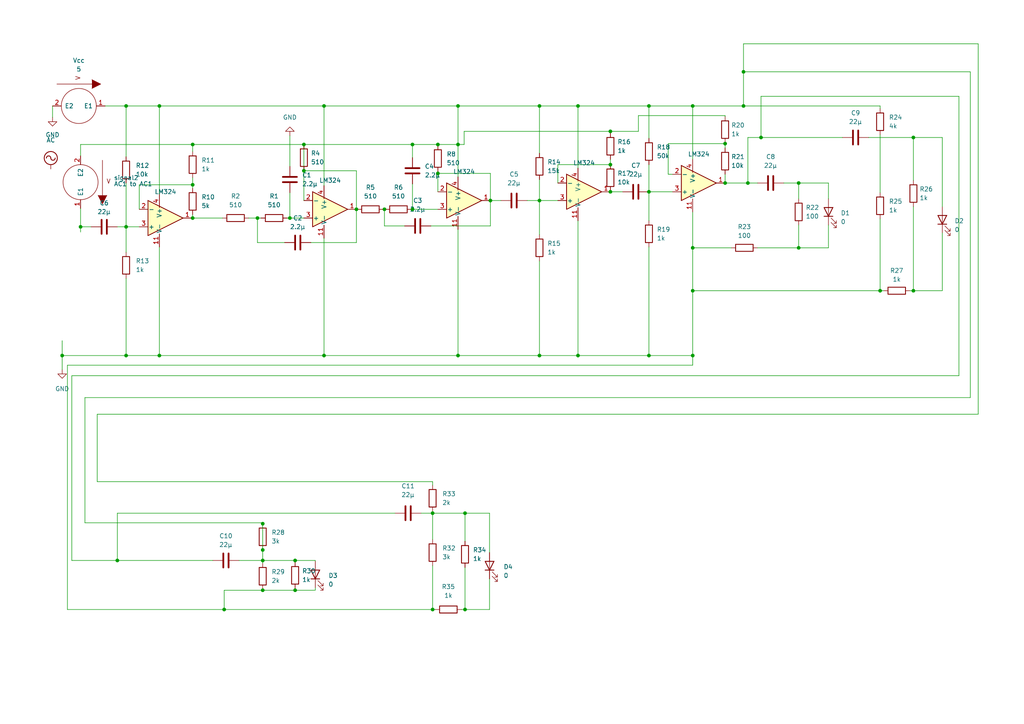
<source format=kicad_sch>
(kicad_sch (version 20211123) (generator eeschema)
  (paper "A4")
  (lib_symbols
    (symbol "Amplifier_Operational:LM2902" (pin_names (offset 0.127))
      (property "Reference" "U" (at 0 5.08 0))
      (property "Value" "LM2902" (at 0 -5.08 0))
      (symbol "LM2902_1_1"
        (polyline (pts (xy -5.08 5.08) (xy 5.08 0) (xy -5.08 -5.08) (xy -5.08 5.08)) (stroke (width 0.254)) (fill (type background)))
        (pin output line (at 7.62 0 180) (length 2.54) (name "~") (number "1"))
        (pin input line (at -7.62 2.54 0) (length 2.54) (name "-") (number "2"))
        (pin input line (at -7.62 -2.54 0) (length 2.54) (name "+") (number "3"))
      )
      (symbol "LM2902_2_1"
        (polyline (pts (xy -5.08 5.08) (xy 5.08 0) (xy -5.08 -5.08) (xy -5.08 5.08)) (stroke (width 0.254)) (fill (type background)))
        (pin input line (at -7.62 2.54 0) (length 2.54) (name "+") (number "5"))
        (pin input line (at -7.62 -2.54 0) (length 2.54) (name "-") (number "6"))
        (pin output line (at 7.62 0 180) (length 2.54) (name "~") (number "7"))
      )
      (symbol "LM2902_3_1"
        (polyline (pts (xy -5.08 5.08) (xy 5.08 0) (xy -5.08 -5.08) (xy -5.08 5.08)) (stroke (width 0.254)) (fill (type background)))
        (pin input line (at -7.62 2.54 0) (length 2.54) (name "+") (number "10"))
        (pin output line (at 7.62 0 180) (length 2.54) (name "~") (number "8"))
        (pin input line (at -7.62 -2.54 0) (length 2.54) (name "-") (number "9"))
      )
      (symbol "LM2902_4_1"
        (polyline (pts (xy -5.08 5.08) (xy 5.08 0) (xy -5.08 -5.08) (xy -5.08 5.08)) (stroke (width 0.254)) (fill (type background)))
        (pin input line (at -7.62 2.54 0) (length 2.54) (name "+") (number "12"))
        (pin input line (at -7.62 -2.54 0) (length 2.54) (name "-") (number "13"))
        (pin output line (at 7.62 0 180) (length 2.54) (name "~") (number "14"))
      )
      (symbol "LM2902_5_1"
        (pin power_in line (at -2.54 -7.62 90) (length 3.81) (name "V-") (number "11"))
        (pin power_in line (at -2.54 7.62 270) (length 3.81) (name "V+") (number "4"))
      )
    )
    (symbol "Device:C" (pin_numbers hide) (pin_names (offset 0.254))
      (property "Reference" "C" (at 0.635 2.54 0))
      (property "Value" "C" (at 0.635 -2.54 0))
      (symbol "C_0_1"
        (polyline (pts (xy -2.032 -0.762) (xy 2.032 -0.762)) (stroke (width 0.508)))
        (polyline (pts (xy -2.032 0.762) (xy 2.032 0.762)) (stroke (width 0.508)))
      )
      (symbol "C_1_1"
        (pin passive line (at 0 3.81 270) (length 2.794) (name "~") (number "1"))
        (pin passive line (at 0 -3.81 90) (length 2.794) (name "~") (number "2"))
      )
    )
    (symbol "Device:LED" (pin_numbers hide) (pin_names (offset 1.016) hide)
      (property "Reference" "D" (at 0 2.54 0))
      (property "Value" "LED" (at 0 -2.54 0))
      (symbol "LED_0_1"
        (polyline (pts (xy -1.27 -1.27) (xy -1.27 1.27)) (stroke (width 0.254)))
        (polyline (pts (xy -1.27 0) (xy 1.27 0)))
        (polyline (pts (xy 1.27 -1.27) (xy 1.27 1.27) (xy -1.27 0) (xy 1.27 -1.27)) (stroke (width 0.254)))
        (polyline (pts (xy -3.048 -0.762) (xy -4.572 -2.286) (xy -3.81 -2.286) (xy -4.572 -2.286) (xy -4.572 -1.524)))
        (polyline (pts (xy -1.778 -0.762) (xy -3.302 -2.286) (xy -2.54 -2.286) (xy -3.302 -2.286) (xy -3.302 -1.524)))
      )
      (symbol "LED_1_1"
        (pin passive line (at -3.81 0 0) (length 2.54) (name "K") (number "1"))
        (pin passive line (at 3.81 0 180) (length 2.54) (name "A") (number "2"))
      )
    )
    (symbol "Device:R" (pin_numbers hide) (pin_names (offset 0))
      (property "Reference" "R" (at 2.032 0 90))
      (property "Value" "R" (at 0 0 90))
      (symbol "R_0_1"
        (rectangle (start -1.016 -2.54) (end 1.016 2.54) (stroke (width 0.254)))
      )
      (symbol "R_1_1"
        (pin passive line (at 0 3.81 270) (length 1.27) (name "~") (number "1"))
        (pin passive line (at 0 -3.81 90) (length 1.27) (name "~") (number "2"))
      )
    )
    (symbol "power:AC" (power) (pin_names (offset 0))
      (property "Value" "AC" (at 0 6.35 0))
      (symbol "AC_0_1"
        (polyline (pts (xy 0 0) (xy 0 1.27)))
        (arc (start 0 3.175) (mid -0.635 3.81) (end -1.27 3.175) (stroke (width 0.254)))
        (arc (start 0 3.175) (mid 0.635 2.54) (end 1.27 3.175) (stroke (width 0.254)))
        (circle (center 0 3.175) (radius 1.905) (stroke (width 0.254)))
      )
      (symbol "AC_1_1"
        (pin power_in line (at 0 0 90) (length 0) hide (name "AC") (number "1"))
      )
    )
    (symbol "power:GND" (power) (pin_names (offset 0))
      (property "Value" "GND" (at 0 -3.81 0))
      (symbol "GND_0_1"
        (polyline (pts (xy 0 0) (xy 0 -1.27) (xy 1.27 -1.27) (xy 0 -2.54) (xy -1.27 -1.27) (xy 0 -1.27)))
      )
      (symbol "GND_1_1"
        (pin power_in line (at 0 0 270) (length 0) hide (name "GND") (number "1"))
      )
    )
    (symbol "pspice:VSOURCE" (pin_names (offset 1.016))
      (property "Reference" "V" (at -6.35 7.62 0))
      (property "Value" "VSOURCE" (at 0 0 0))
      (symbol "VSOURCE_0_1"
        (polyline (pts (xy -6.35 -6.35) (xy -6.35 3.81)) (fill (type outline)))
        (polyline (pts (xy -7.62 3.81) (xy -6.35 6.35) (xy -5.08 3.81)) (fill (type outline)))
        (circle (center 0 0) (radius 5.08))
        (text "V" (at -8.128 -0.254 0) (effects (font (size 1.27 1.27))))
      )
      (symbol "VSOURCE_1_1"
        (pin input line (at 0 7.62 270) (length 2.54) (name "E1") (number "1"))
        (pin input line (at 0 -7.62 90) (length 2.54) (name "E2") (number "2"))
      )
    )
  )
  (junction (at 188.214 55.626))
  (junction (at 103.378 60.706))
  (junction (at 119.634 60.706))
  (junction (at 76.2 159.512))
  (junction (at 200.914 30.734))
  (junction (at 85.598 162.56))
  (junction (at 156.464 103.124))
  (junction (at 177.038 55.626))
  (junction (at 231.648 53.086))
  (junction (at 36.576 30.734))
  (junction (at 215.646 20.828))
  (junction (at 177.038 38.1))
  (junction (at 167.64 30.734))
  (junction (at 76.2 151.892))
  (junction (at 88.138 41.91))
  (junction (at 200.914 71.882))
  (junction (at 55.88 41.91))
  (junction (at 85.598 171.196))
  (junction (at 210.312 41.656))
  (junction (at 34.036 162.56))
  (junction (at 142.24 58.166))
  (junction (at 125.476 176.784))
  (junction (at 188.214 103.124))
  (junction (at 36.576 65.786))
  (junction (at 65.024 176.784))
  (junction (at 76.2 162.56))
  (junction (at 127 41.91))
  (junction (at 132.842 41.91))
  (junction (at 132.842 30.734))
  (junction (at 93.98 30.734))
  (junction (at 134.874 176.784))
  (junction (at 119.634 41.91))
  (junction (at 55.88 53.594))
  (junction (at 200.914 103.124))
  (junction (at 74.676 63.246))
  (junction (at 220.726 39.878))
  (junction (at 264.922 84.328))
  (junction (at 215.646 30.734))
  (junction (at 200.914 84.328))
  (junction (at 255.27 84.328))
  (junction (at 188.214 30.734))
  (junction (at 88.138 49.53))
  (junction (at 36.576 103.124))
  (junction (at 210.312 53.086))
  (junction (at 231.648 71.882))
  (junction (at 55.88 63.246))
  (junction (at 134.874 148.844))
  (junction (at 127 50.292))
  (junction (at 167.64 103.124))
  (junction (at 76.2 171.196))
  (junction (at 23.368 65.786))
  (junction (at 132.842 103.124))
  (junction (at 46.228 103.124))
  (junction (at 84.074 63.246))
  (junction (at 93.98 103.124))
  (junction (at 46.228 30.734))
  (junction (at 177.038 47.752))
  (junction (at 264.922 39.878))
  (junction (at 156.464 58.166))
  (junction (at 18.034 103.124))
  (junction (at 111.506 60.706))
  (junction (at 216.916 53.086))
  (junction (at 156.464 30.734))
  (junction (at 125.476 148.844))
  (wire (pts (xy 55.88 53.594) (xy 55.88 54.61)))
  (wire (pts (xy 142.24 65.532) (xy 142.24 58.166)))
  (wire (pts (xy 263.906 84.328) (xy 264.922 84.328)))
  (wire (pts (xy 200.914 30.734) (xy 215.646 30.734)))
  (wire (pts (xy 83.312 63.246) (xy 84.074 63.246)))
  (wire (pts (xy 85.598 170.688) (xy 85.598 171.196)))
  (wire (pts (xy 264.922 84.328) (xy 264.922 59.944)))
  (wire (pts (xy 65.024 171.196) (xy 65.024 176.784)))
  (wire (pts (xy 195.072 50.546) (xy 193.802 50.546)))
  (wire (pts (xy 215.646 30.734) (xy 215.646 20.828)))
  (wire (pts (xy 134.874 176.784) (xy 141.986 176.784)))
  (wire (pts (xy 167.64 103.124) (xy 188.214 103.124)))
  (wire (pts (xy 103.378 60.706) (xy 103.378 70.358)))
  (wire (pts (xy 34.036 65.786) (xy 36.576 65.786)))
  (wire (pts (xy 40.386 53.594) (xy 55.88 53.594)))
  (wire (pts (xy 216.916 53.086) (xy 210.312 53.086)))
  (wire (pts (xy 55.626 63.246) (xy 55.88 63.246)))
  (wire (pts (xy 220.726 27.94) (xy 278.13 27.94)))
  (wire (pts (xy 132.842 41.91) (xy 134.62 41.91)))
  (wire (pts (xy 215.646 20.828) (xy 215.646 12.7)))
  (wire (pts (xy 264.922 52.324) (xy 264.922 39.878)))
  (wire (pts (xy 127 41.91) (xy 127 42.164)))
  (wire (pts (xy 90.17 70.358) (xy 103.378 70.358)))
  (wire (pts (xy 281.432 20.828) (xy 281.432 115.316)))
  (wire (pts (xy 255.27 39.116) (xy 255.27 55.88)))
  (wire (pts (xy 132.842 66.548) (xy 132.842 103.124)))
  (wire (pts (xy 40.386 60.706) (xy 40.386 53.594)))
  (wire (pts (xy 188.214 55.626) (xy 188.214 64.008)))
  (wire (pts (xy 103.378 49.53) (xy 103.378 60.706)))
  (wire (pts (xy 200.914 105.918) (xy 19.558 105.918)))
  (wire (pts (xy 88.138 41.91) (xy 119.634 41.91)))
  (wire (pts (xy 46.228 71.628) (xy 46.228 103.124)))
  (wire (pts (xy 215.646 20.828) (xy 281.432 20.828)))
  (wire (pts (xy 134.874 156.972) (xy 134.874 148.844)))
  (wire (pts (xy 28.194 139.7) (xy 125.476 139.7)))
  (wire (pts (xy 88.138 41.91) (xy 88.138 49.53)))
  (wire (pts (xy 15.24 34.036) (xy 15.24 30.734)))
  (wire (pts (xy 125.476 164.084) (xy 125.476 176.784)))
  (wire (pts (xy 200.914 71.882) (xy 212.09 71.882)))
  (wire (pts (xy 18.034 98.806) (xy 18.034 103.124)))
  (wire (pts (xy 188.214 71.628) (xy 188.214 103.124)))
  (wire (pts (xy 36.576 53.086) (xy 36.576 65.786)))
  (wire (pts (xy 88.138 58.166) (xy 88.138 49.53)))
  (wire (pts (xy 76.2 171.196) (xy 65.024 171.196)))
  (wire (pts (xy 142.24 58.166) (xy 142.24 50.292)))
  (wire (pts (xy 185.166 38.1) (xy 185.166 33.528)))
  (wire (pts (xy 55.88 41.91) (xy 88.138 41.91)))
  (wire (pts (xy 30.48 30.734) (xy 36.576 30.734)))
  (wire (pts (xy 36.576 30.734) (xy 46.228 30.734)))
  (wire (pts (xy 69.342 162.56) (xy 76.2 162.56)))
  (wire (pts (xy 85.598 171.196) (xy 76.2 171.196)))
  (wire (pts (xy 127 49.784) (xy 127 50.292)))
  (wire (pts (xy 188.214 103.124) (xy 200.914 103.124)))
  (wire (pts (xy 93.98 30.734) (xy 93.98 53.848)))
  (wire (pts (xy 76.2 151.638) (xy 76.2 151.892)))
  (wire (pts (xy 215.646 30.734) (xy 255.27 30.734)))
  (wire (pts (xy 133.858 176.784) (xy 134.874 176.784)))
  (wire (pts (xy 231.648 71.882) (xy 240.284 71.882)))
  (wire (pts (xy 19.558 105.918) (xy 19.558 176.784)))
  (wire (pts (xy 55.88 62.23) (xy 55.88 63.246)))
  (wire (pts (xy 210.312 33.782) (xy 210.312 33.528)))
  (wire (pts (xy 125.476 148.844) (xy 134.874 148.844)))
  (wire (pts (xy 125.476 139.7) (xy 125.476 140.716)))
  (wire (pts (xy 111.252 60.706) (xy 111.506 60.706)))
  (wire (pts (xy 255.27 84.328) (xy 256.286 84.328)))
  (wire (pts (xy 273.304 67.564) (xy 273.304 84.328)))
  (wire (pts (xy 278.13 108.966) (xy 20.828 108.966)))
  (wire (pts (xy 127 50.292) (xy 127 55.626)))
  (wire (pts (xy 85.598 171.196) (xy 91.44 171.196)))
  (wire (pts (xy 177.038 38.1) (xy 177.038 38.608)))
  (wire (pts (xy 141.986 167.894) (xy 141.986 176.784)))
  (wire (pts (xy 240.284 57.658) (xy 240.284 53.086)))
  (wire (pts (xy 134.874 176.784) (xy 134.874 164.592)))
  (wire (pts (xy 255.27 63.5) (xy 255.27 84.328)))
  (wire (pts (xy 156.464 103.124) (xy 167.64 103.124)))
  (wire (pts (xy 74.676 63.246) (xy 74.676 70.358)))
  (wire (pts (xy 219.71 71.882) (xy 231.648 71.882)))
  (wire (pts (xy 231.648 71.882) (xy 231.648 65.278)))
  (wire (pts (xy 255.27 30.734) (xy 255.27 31.496)))
  (wire (pts (xy 36.576 30.734) (xy 36.576 45.466)))
  (wire (pts (xy 156.464 58.166) (xy 161.798 58.166)))
  (wire (pts (xy 127 41.91) (xy 132.842 41.91)))
  (wire (pts (xy 200.914 71.882) (xy 200.914 84.328)))
  (wire (pts (xy 24.638 151.638) (xy 76.2 151.638)))
  (wire (pts (xy 88.138 49.53) (xy 103.378 49.53)))
  (wire (pts (xy 177.038 38.1) (xy 185.166 38.1)))
  (wire (pts (xy 24.638 115.316) (xy 24.638 151.638)))
  (wire (pts (xy 18.034 103.124) (xy 18.034 107.188)))
  (wire (pts (xy 23.368 60.452) (xy 23.368 65.786)))
  (wire (pts (xy 216.916 53.086) (xy 216.916 39.878)))
  (wire (pts (xy 134.874 148.844) (xy 141.986 148.844)))
  (wire (pts (xy 74.676 70.358) (xy 82.55 70.358)))
  (wire (pts (xy 193.802 41.656) (xy 210.312 41.656)))
  (wire (pts (xy 278.13 27.94) (xy 278.13 108.966)))
  (wire (pts (xy 111.506 60.706) (xy 111.76 60.706)))
  (wire (pts (xy 200.914 61.468) (xy 200.914 71.882)))
  (wire (pts (xy 76.2 170.942) (xy 76.2 171.196)))
  (wire (pts (xy 76.2 159.512) (xy 76.2 162.56)))
  (wire (pts (xy 167.64 30.734) (xy 167.64 48.768)))
  (wire (pts (xy 76.2 162.56) (xy 76.2 163.322)))
  (wire (pts (xy 240.284 53.086) (xy 231.648 53.086)))
  (wire (pts (xy 142.24 50.292) (xy 127 50.292)))
  (wire (pts (xy 283.718 120.142) (xy 28.194 120.142)))
  (wire (pts (xy 200.914 84.328) (xy 255.27 84.328)))
  (wire (pts (xy 132.842 41.91) (xy 132.842 51.308)))
  (wire (pts (xy 251.968 39.878) (xy 264.922 39.878)))
  (wire (pts (xy 20.828 162.56) (xy 34.036 162.56)))
  (wire (pts (xy 167.64 30.734) (xy 188.214 30.734)))
  (wire (pts (xy 188.214 30.734) (xy 188.214 40.132)))
  (wire (pts (xy 34.036 148.844) (xy 114.554 148.844)))
  (wire (pts (xy 74.676 63.246) (xy 75.692 63.246)))
  (wire (pts (xy 210.312 41.656) (xy 210.312 42.926)))
  (wire (pts (xy 91.44 162.56) (xy 91.44 162.814)))
  (wire (pts (xy 91.44 170.434) (xy 91.44 171.196)))
  (wire (pts (xy 219.71 53.086) (xy 216.916 53.086)))
  (wire (pts (xy 210.312 50.546) (xy 210.312 53.086)))
  (wire (pts (xy 220.726 27.94) (xy 220.726 39.878)))
  (wire (pts (xy 132.842 30.734) (xy 132.842 41.91)))
  (wire (pts (xy 23.368 41.91) (xy 55.88 41.91)))
  (wire (pts (xy 177.038 46.228) (xy 177.038 47.752)))
  (wire (pts (xy 119.634 60.706) (xy 127 60.706)))
  (wire (pts (xy 177.038 55.626) (xy 180.594 55.626)))
  (wire (pts (xy 161.798 47.752) (xy 161.798 53.086)))
  (wire (pts (xy 193.802 50.546) (xy 193.802 41.656)))
  (wire (pts (xy 156.464 58.166) (xy 156.464 68.072)))
  (wire (pts (xy 55.88 43.942) (xy 55.88 41.91)))
  (wire (pts (xy 111.506 60.706) (xy 111.506 65.532)))
  (wire (pts (xy 132.842 30.734) (xy 156.464 30.734)))
  (wire (pts (xy 23.368 65.786) (xy 26.416 65.786)))
  (wire (pts (xy 36.576 65.786) (xy 36.576 73.152)))
  (wire (pts (xy 152.908 58.166) (xy 156.464 58.166)))
  (wire (pts (xy 220.726 39.878) (xy 244.348 39.878)))
  (wire (pts (xy 23.368 65.786) (xy 23.368 67.31)))
  (wire (pts (xy 65.024 176.784) (xy 125.476 176.784)))
  (wire (pts (xy 210.312 41.656) (xy 210.312 41.402)))
  (wire (pts (xy 161.798 47.752) (xy 177.038 47.752)))
  (wire (pts (xy 216.916 39.878) (xy 220.726 39.878)))
  (wire (pts (xy 240.284 71.882) (xy 240.284 65.278)))
  (wire (pts (xy 132.842 103.124) (xy 156.464 103.124)))
  (wire (pts (xy 76.2 151.892) (xy 76.2 159.512)))
  (wire (pts (xy 122.174 148.844) (xy 125.476 148.844)))
  (wire (pts (xy 134.62 41.91) (xy 134.62 38.1)))
  (wire (pts (xy 156.464 30.734) (xy 156.464 44.45)))
  (wire (pts (xy 188.214 47.752) (xy 188.214 55.626)))
  (wire (pts (xy 119.634 41.91) (xy 127 41.91)))
  (wire (pts (xy 36.576 103.124) (xy 46.228 103.124)))
  (wire (pts (xy 167.64 64.008) (xy 167.64 103.124)))
  (wire (pts (xy 156.464 52.07) (xy 156.464 58.166)))
  (wire (pts (xy 93.98 30.734) (xy 132.842 30.734)))
  (wire (pts (xy 281.432 115.316) (xy 24.638 115.316)))
  (wire (pts (xy 134.62 38.1) (xy 177.038 38.1)))
  (wire (pts (xy 76.2 162.56) (xy 85.598 162.56)))
  (wire (pts (xy 156.464 30.734) (xy 167.64 30.734)))
  (wire (pts (xy 36.576 80.772) (xy 36.576 103.124)))
  (wire (pts (xy 55.88 63.246) (xy 64.516 63.246)))
  (wire (pts (xy 119.634 53.34) (xy 119.634 60.706)))
  (wire (pts (xy 124.968 65.532) (xy 142.24 65.532)))
  (wire (pts (xy 36.576 65.786) (xy 40.386 65.786)))
  (wire (pts (xy 200.914 103.124) (xy 200.914 105.918)))
  (wire (pts (xy 34.036 148.844) (xy 34.036 162.56)))
  (wire (pts (xy 72.136 63.246) (xy 74.676 63.246)))
  (wire (pts (xy 84.074 55.88) (xy 84.074 63.246)))
  (wire (pts (xy 125.476 176.784) (xy 126.238 176.784)))
  (wire (pts (xy 84.074 39.37) (xy 84.074 48.26)))
  (wire (pts (xy 119.634 41.91) (xy 119.634 45.72)))
  (wire (pts (xy 231.648 53.086) (xy 227.33 53.086)))
  (wire (pts (xy 188.214 30.734) (xy 200.914 30.734)))
  (wire (pts (xy 273.304 84.328) (xy 264.922 84.328)))
  (wire (pts (xy 125.476 148.336) (xy 125.476 148.844)))
  (wire (pts (xy 215.646 12.7) (xy 283.718 12.7)))
  (wire (pts (xy 46.228 56.388) (xy 46.228 30.734)))
  (wire (pts (xy 185.166 33.528) (xy 210.312 33.528)))
  (wire (pts (xy 177.038 55.372) (xy 177.038 55.626)))
  (wire (pts (xy 141.986 148.844) (xy 141.986 160.274)))
  (wire (pts (xy 55.88 53.594) (xy 55.88 51.562)))
  (wire (pts (xy 85.598 162.56) (xy 85.598 163.068)))
  (wire (pts (xy 34.036 162.56) (xy 61.722 162.56)))
  (wire (pts (xy 84.074 63.246) (xy 88.138 63.246)))
  (wire (pts (xy 188.214 55.626) (xy 195.072 55.626)))
  (wire (pts (xy 156.464 75.692) (xy 156.464 103.124)))
  (wire (pts (xy 93.98 69.088) (xy 93.98 103.124)))
  (wire (pts (xy 46.228 103.124) (xy 93.98 103.124)))
  (wire (pts (xy 46.228 30.734) (xy 93.98 30.734)))
  (wire (pts (xy 264.922 39.878) (xy 273.304 39.878)))
  (wire (pts (xy 20.828 108.966) (xy 20.828 162.56)))
  (wire (pts (xy 231.648 57.658) (xy 231.648 53.086)))
  (wire (pts (xy 119.38 60.706) (xy 119.634 60.706)))
  (wire (pts (xy 142.24 58.166) (xy 145.288 58.166)))
  (wire (pts (xy 283.718 12.7) (xy 283.718 120.142)))
  (wire (pts (xy 273.304 39.878) (xy 273.304 59.944)))
  (wire (pts (xy 111.506 65.532) (xy 117.348 65.532)))
  (wire (pts (xy 28.194 120.142) (xy 28.194 139.7)))
  (wire (pts (xy 18.034 103.124) (xy 36.576 103.124)))
  (wire (pts (xy 93.98 103.124) (xy 132.842 103.124)))
  (wire (pts (xy 85.598 162.56) (xy 91.44 162.56)))
  (wire (pts (xy 23.368 41.91) (xy 23.368 45.212)))
  (wire (pts (xy 125.476 148.844) (xy 125.476 156.464)))
  (wire (pts (xy 200.914 30.734) (xy 200.914 46.228)))
  (wire (pts (xy 19.558 176.784) (xy 65.024 176.784)))
  (wire (pts (xy 200.914 84.328) (xy 200.914 103.124)))
  (wire (pts (xy 103.378 60.706) (xy 103.632 60.706)))
  (symbol (lib_id "Amplifier_Operational:LM2902") (at 170.18 56.388 0) (unit 5)
    (property "Reference" "U?" (effects hide))
    (property "Value" "LM2902" (effects hide))
    (property "Datasheet" "http://www.ti.com/lit/ds/symlink/lm2902-n.pdf" (effects hide))
  )
  (symbol (lib_id "Device:C") (at 86.36 70.358 90) (unit 1)
    (property "Reference" "C2" (at 86.36 63.246 90))
    (property "Value" "2.2µ" (at 86.36 65.786 90))
  )
  (symbol (lib_id "Device:C") (at 184.404 55.626 90) (unit 1)
    (property "Reference" "C7" (at 184.404 48.006 90))
    (property "Value" "22µ" (at 184.404 50.546 90))
  )
  (symbol (lib_id "pspice:VSOURCE") (at 23.368 52.832 180) (unit 1)
    (property "Reference" "signal2" (at 33.02 51.5619 0) (effects (justify right)))
    (property "Value" "AC1 to AC1" (at 33.02 53.34 0) (effects (justify right)))
  )
  (symbol (lib_id "Device:R") (at 130.048 176.784 90) (unit 1)
    (property "Reference" "R35" (at 130.048 170.18 90))
    (property "Value" "1k" (at 130.048 172.72 90))
  )
  (symbol (lib_id "Device:R") (at 127 45.974 0) (unit 1)
    (property "Reference" "R8" (at 129.54 44.7039 0) (effects (justify left)))
    (property "Value" "510" (at 129.54 47.2439 0) (effects (justify left)))
  )
  (symbol (lib_id "Device:R") (at 210.312 46.736 0) (unit 1)
    (property "Reference" "R21" (at 212.09 45.4659 0) (effects (justify left)))
    (property "Value" "10k" (at 212.09 48.0059 0) (effects (justify left)))
  )
  (symbol (lib_id "Device:R") (at 125.476 144.526 0) (unit 1)
    (property "Reference" "R33" (at 128.27 143.2559 0) (effects (justify left)))
    (property "Value" "2k" (at 128.27 145.7959 0) (effects (justify left)))
  )
  (symbol (lib_id "Device:R") (at 88.138 45.72 0) (unit 1)
    (property "Reference" "R4" (at 90.17 44.4499 0) (effects (justify left)))
    (property "Value" "510" (at 90.17 46.9899 0) (effects (justify left)))
  )
  (symbol (lib_id "Device:R") (at 55.88 47.752 0) (unit 1)
    (property "Reference" "R11" (at 58.42 46.4819 0) (effects (justify left)))
    (property "Value" "1k" (at 58.42 49.0219 0) (effects (justify left)))
  )
  (symbol (lib_id "Amplifier_Operational:LM2902") (at 203.454 53.848 0) (unit 5)
    (property "Reference" "U?" (effects hide))
    (property "Value" "LM2902" (effects hide))
    (property "Datasheet" "http://www.ti.com/lit/ds/symlink/lm2902-n.pdf" (effects hide))
  )
  (symbol (lib_id "Device:R") (at 188.214 67.818 0) (unit 1)
    (property "Reference" "R19" (at 190.5 66.5479 0) (effects (justify left)))
    (property "Value" "1k" (at 190.5 69.0879 0) (effects (justify left)))
  )
  (symbol (lib_id "Device:R") (at 85.598 166.878 0) (unit 1)
    (property "Reference" "R30" (at 87.63 165.6079 0) (effects (justify left)))
    (property "Value" "1k" (at 87.63 168.1479 0) (effects (justify left)))
  )
  (symbol (lib_id "Device:R") (at 177.038 51.562 0) (unit 1)
    (property "Reference" "R17" (at 179.07 50.2919 0) (effects (justify left)))
    (property "Value" "10k" (at 179.07 52.8319 0) (effects (justify left)))
  )
  (symbol (lib_id "Amplifier_Operational:LM2902") (at 134.62 58.166 0) (unit 1)
    (property "Reference" "U?" (effects hide))
    (property "Value" "LM324" (at 134.62 49.784 0))
    (property "Datasheet" "http://www.ti.com/lit/ds/symlink/lm2902-n.pdf" (effects hide))
  )
  (symbol (lib_id "Device:R") (at 107.442 60.706 90) (unit 1)
    (property "Reference" "R5" (at 107.442 54.356 90))
    (property "Value" "510" (at 107.442 56.896 90))
  )
  (symbol (lib_id "Device:LED") (at 240.284 61.468 90) (unit 1)
    (property "Reference" "D1" (at 243.84 61.7854 90) (effects (justify right)))
    (property "Value" "0" (at 243.84 64.3254 90) (effects (justify right)))
  )
  (symbol (lib_id "Device:R") (at 134.874 160.782 0) (unit 1)
    (property "Reference" "R34" (at 137.16 159.5119 0) (effects (justify left)))
    (property "Value" "1k" (at 137.16 162.0519 0) (effects (justify left)))
  )
  (symbol (lib_id "Device:R") (at 260.096 84.328 90) (unit 1)
    (property "Reference" "R27" (at 260.096 78.486 90))
    (property "Value" "1k" (at 260.096 81.026 90))
  )
  (symbol (lib_id "Device:LED") (at 141.986 164.084 90) (unit 1)
    (property "Reference" "D4" (at 146.05 164.4014 90) (effects (justify right)))
    (property "Value" "0" (at 146.05 166.9414 90) (effects (justify right)))
  )
  (symbol (lib_id "Device:R") (at 156.464 71.882 0) (unit 1)
    (property "Reference" "R15" (at 158.75 70.6119 0) (effects (justify left)))
    (property "Value" "1k" (at 158.75 73.1519 0) (effects (justify left)))
  )
  (symbol (lib_id "power:GND") (at 84.074 39.37 180) (unit 1)
    (property "Reference" "#PWR?" (effects hide))
    (property "Value" "GND" (at 84.074 34.036 0))
  )
  (symbol (lib_id "Device:R") (at 36.576 49.276 0) (unit 1)
    (property "Reference" "R12" (at 39.37 48.0059 0) (effects (justify left)))
    (property "Value" "10k" (at 39.37 50.5459 0) (effects (justify left)))
  )
  (symbol (lib_id "Device:R") (at 115.57 60.706 90) (unit 1)
    (property "Reference" "R6" (at 115.57 54.356 90))
    (property "Value" "510" (at 115.57 56.896 90))
  )
  (symbol (lib_id "Amplifier_Operational:LM2902") (at 48.768 64.008 0) (unit 5)
    (property "Reference" "U?" (effects hide))
    (property "Value" "LM2902" (effects hide))
    (property "Datasheet" "http://www.ti.com/lit/ds/symlink/lm2902-n.pdf" (effects hide))
  )
  (symbol (lib_id "power:AC") (at 14.732 49.022 0) (unit 1)
    (property "Reference" "#PWR?" (effects hide))
    (property "Value" "AC" (at 14.732 40.64 0))
  )
  (symbol (lib_id "Amplifier_Operational:LM2902") (at 135.382 58.928 0) (unit 5)
    (property "Reference" "U?" (effects hide))
    (property "Value" "LM2902" (effects hide))
    (property "Datasheet" "http://www.ti.com/lit/ds/symlink/lm2902-n.pdf" (effects hide))
  )
  (symbol (lib_id "Device:R") (at 188.214 43.942 0) (unit 1)
    (property "Reference" "R18" (at 190.5 42.6719 0) (effects (justify left)))
    (property "Value" "50k" (at 190.5 45.2119 0) (effects (justify left)))
  )
  (symbol (lib_id "Device:R") (at 210.312 37.592 0) (unit 1)
    (property "Reference" "R20" (at 212.09 36.3219 0) (effects (justify left)))
    (property "Value" "1k" (at 212.09 38.8619 0) (effects (justify left)))
  )
  (symbol (lib_id "Device:R") (at 255.27 35.306 0) (unit 1)
    (property "Reference" "R24" (at 257.81 34.0359 0) (effects (justify left)))
    (property "Value" "4k" (at 257.81 36.5759 0) (effects (justify left)))
  )
  (symbol (lib_id "Device:R") (at 76.2 167.132 0) (unit 1)
    (property "Reference" "R29" (at 78.74 165.8619 0) (effects (justify left)))
    (property "Value" "2k" (at 78.74 168.4019 0) (effects (justify left)))
  )
  (symbol (lib_id "Device:R") (at 156.464 48.26 0) (unit 1)
    (property "Reference" "R14" (at 158.75 46.9899 0) (effects (justify left)))
    (property "Value" "15k" (at 158.75 49.5299 0) (effects (justify left)))
  )
  (symbol (lib_id "Device:R") (at 264.922 56.134 0) (unit 1)
    (property "Reference" "R26" (at 266.7 54.8639 0) (effects (justify left)))
    (property "Value" "1k" (at 266.7 57.4039 0) (effects (justify left)))
  )
  (symbol (lib_id "Device:C") (at 30.226 65.786 90) (unit 1)
    (property "Reference" "C6" (at 30.226 58.166 90) (effects (justify bottom)))
    (property "Value" "22µ" (at 30.226 60.706 90) (effects (justify bottom)))
  )
  (symbol (lib_id "Device:LED") (at 273.304 63.754 90) (unit 1)
    (property "Reference" "D2" (at 276.86 64.0714 90) (effects (justify right)))
    (property "Value" "0" (at 276.86 66.6114 90) (effects (justify right)))
  )
  (symbol (lib_id "Device:R") (at 215.9 71.882 90) (unit 1)
    (property "Reference" "R23" (at 215.9 65.786 90))
    (property "Value" "100" (at 215.9 68.326 90))
  )
  (symbol (lib_id "pspice:VSOURCE") (at 22.86 30.734 270) (unit 1)
    (property "Reference" "Vcc" (at 22.86 17.526 90))
    (property "Value" "5" (at 22.86 20.066 90))
  )
  (symbol (lib_id "Device:R") (at 125.476 160.274 0) (unit 1)
    (property "Reference" "R32" (at 128.27 159.0039 0) (effects (justify left)))
    (property "Value" "3k" (at 128.27 161.5439 0) (effects (justify left)))
  )
  (symbol (lib_id "Device:R") (at 255.27 59.69 0) (unit 1)
    (property "Reference" "R25" (at 257.81 58.4199 0) (effects (justify left)))
    (property "Value" "1k" (at 257.81 60.9599 0) (effects (justify left)))
  )
  (symbol (lib_id "Device:R") (at 79.502 63.246 90) (unit 1)
    (property "Reference" "R1" (at 79.502 56.896 90))
    (property "Value" "510" (at 79.502 59.436 90))
  )
  (symbol (lib_id "Amplifier_Operational:LM2902") (at 48.006 63.246 0) (unit 1)
    (property "Reference" "U?" (effects hide))
    (property "Value" "LM324" (at 48.006 55.626 0))
    (property "Datasheet" "http://www.ti.com/lit/ds/symlink/lm2902-n.pdf" (effects hide))
  )
  (symbol (lib_id "Device:C") (at 118.364 148.844 90) (unit 1)
    (property "Reference" "C11" (at 118.364 140.97 90))
    (property "Value" "22µ" (at 118.364 143.51 90))
  )
  (symbol (lib_id "Device:C") (at 149.098 58.166 90) (unit 1)
    (property "Reference" "C5" (at 149.098 50.546 90))
    (property "Value" "22µ" (at 149.098 53.086 90))
  )
  (symbol (lib_id "Amplifier_Operational:LM2902") (at 169.418 55.626 0) (unit 1)
    (property "Reference" "U?" (effects hide))
    (property "Value" "LM324" (at 169.418 47.244 0))
    (property "Datasheet" "http://www.ti.com/lit/ds/symlink/lm2902-n.pdf" (effects hide))
  )
  (symbol (lib_id "Device:C") (at 65.532 162.56 90) (unit 1)
    (property "Reference" "C10" (at 65.532 155.448 90))
    (property "Value" "22µ" (at 65.532 157.988 90))
  )
  (symbol (lib_id "Device:R") (at 68.326 63.246 90) (unit 1)
    (property "Reference" "R2" (at 68.326 56.896 90))
    (property "Value" "510" (at 68.326 59.436 90))
  )
  (symbol (lib_id "Device:R") (at 231.648 61.468 0) (unit 1)
    (property "Reference" "R22" (at 233.68 60.1979 0) (effects (justify left)))
    (property "Value" "100" (at 233.68 62.7379 0) (effects (justify left)))
  )
  (symbol (lib_id "Device:C") (at 248.158 39.878 90) (unit 1)
    (property "Reference" "C9" (at 248.158 32.766 90))
    (property "Value" "22µ" (at 248.158 35.306 90))
  )
  (symbol (lib_id "Device:C") (at 84.074 52.07 0) (unit 1)
    (property "Reference" "C1" (at 87.63 50.7999 0) (effects (justify left)))
    (property "Value" "2.2µ" (at 87.63 53.3399 0) (effects (justify left)))
  )
  (symbol (lib_id "Device:R") (at 55.88 58.42 0) (unit 1)
    (property "Reference" "R10" (at 58.42 57.1499 0) (effects (justify left)))
    (property "Value" "5k" (at 58.42 59.6899 0) (effects (justify left)))
  )
  (symbol (lib_id "Amplifier_Operational:LM2902") (at 95.758 60.706 0) (unit 1)
    (property "Reference" "U?" (effects hide))
    (property "Value" "LM324" (at 95.758 52.324 0))
    (property "Datasheet" "http://www.ti.com/lit/ds/symlink/lm2902-n.pdf" (effects hide))
  )
  (symbol (lib_id "Device:R") (at 76.2 155.702 0) (unit 1)
    (property "Reference" "R28" (at 78.74 154.4319 0) (effects (justify left)))
    (property "Value" "3k" (at 78.74 156.9719 0) (effects (justify left)))
  )
  (symbol (lib_id "power:GND") (at 18.034 107.188 0) (unit 1)
    (property "Reference" "#PWR?" (effects hide))
    (property "Value" "GND" (at 18.034 112.776 0))
  )
  (symbol (lib_id "Device:R") (at 36.576 76.962 0) (unit 1)
    (property "Reference" "R13" (at 39.37 75.6919 0) (effects (justify left)))
    (property "Value" "1k" (at 39.37 78.2319 0) (effects (justify left)))
  )
  (symbol (lib_id "Device:C") (at 121.158 65.532 90) (unit 1)
    (property "Reference" "C3" (at 121.158 58.166 90))
    (property "Value" "2.2µ" (at 121.158 60.706 90))
  )
  (symbol (lib_id "power:GND") (at 15.24 34.036 0) (unit 1)
    (property "Reference" "#PWR?" (effects hide))
    (property "Value" "GND" (at 15.24 39.116 0))
  )
  (symbol (lib_id "Device:C") (at 119.634 49.53 0) (unit 1)
    (property "Reference" "C4" (at 123.19 48.2599 0) (effects (justify left)))
    (property "Value" "2.2µ" (at 123.19 50.7999 0) (effects (justify left)))
  )
  (symbol (lib_id "Amplifier_Operational:LM2902") (at 96.52 61.468 0) (unit 5)
    (property "Reference" "U?" (effects hide))
    (property "Value" "LM2902" (effects hide))
    (property "Datasheet" "http://www.ti.com/lit/ds/symlink/lm2902-n.pdf" (effects hide))
  )
  (symbol (lib_id "Amplifier_Operational:LM2902") (at 202.692 53.086 0) (unit 1)
    (property "Reference" "U?" (effects hide))
    (property "Value" "LM324" (at 202.692 44.704 0))
    (property "Datasheet" "http://www.ti.com/lit/ds/symlink/lm2902-n.pdf" (effects hide))
  )
  (symbol (lib_id "Device:C") (at 223.52 53.086 90) (unit 1)
    (property "Reference" "C8" (at 223.52 45.466 90))
    (property "Value" "22µ" (at 223.52 48.006 90))
  )
  (symbol (lib_id "Device:LED") (at 91.44 166.624 90) (unit 1)
    (property "Reference" "D3" (at 95.25 166.9414 90) (effects (justify right)))
    (property "Value" "0" (at 95.25 169.4814 90) (effects (justify right)))
  )
  (symbol (lib_id "Device:R") (at 177.038 42.418 0) (unit 1)
    (property "Reference" "R16" (at 179.07 41.1479 0) (effects (justify left)))
    (property "Value" "1k" (at 179.07 43.6879 0) (effects (justify left)))
  )
)
</source>
